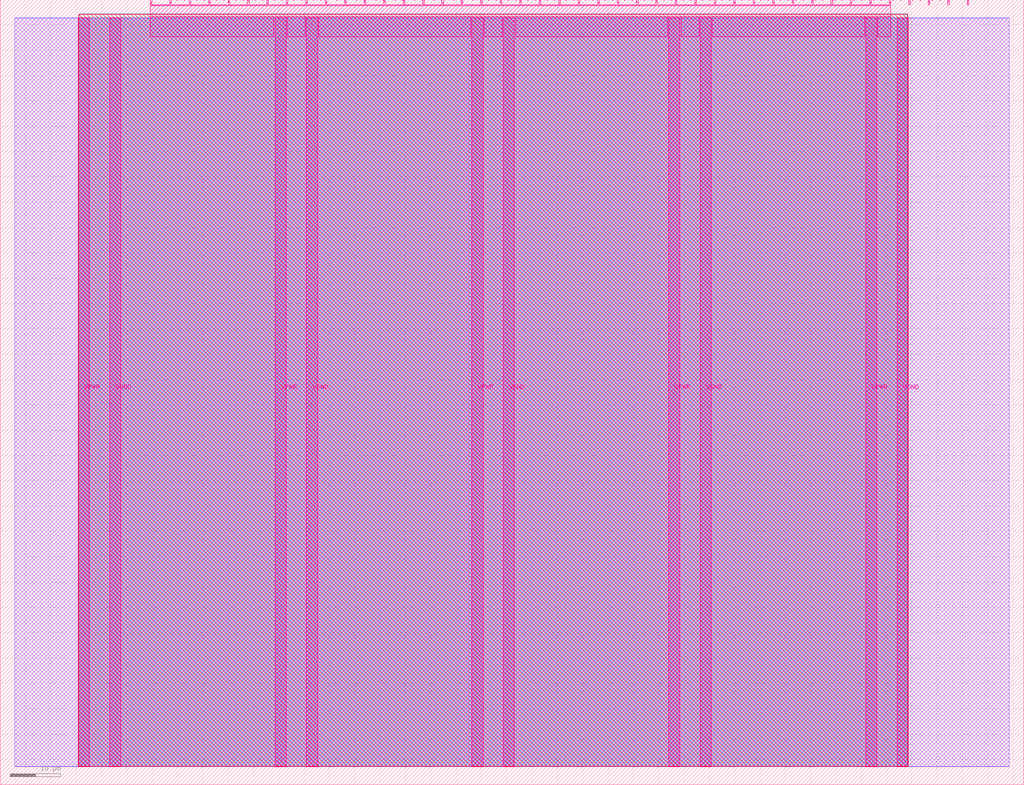
<source format=lef>
VERSION 5.7 ;
  NOWIREEXTENSIONATPIN ON ;
  DIVIDERCHAR "/" ;
  BUSBITCHARS "[]" ;
MACRO tt_um_wokwi_434918068909406209
  CLASS BLOCK ;
  FOREIGN tt_um_wokwi_434918068909406209 ;
  ORIGIN 0.000 0.000 ;
  SIZE 202.080 BY 154.980 ;
  PIN VGND
    DIRECTION INOUT ;
    USE GROUND ;
    PORT
      LAYER Metal5 ;
        RECT 21.580 3.560 23.780 151.420 ;
    END
    PORT
      LAYER Metal5 ;
        RECT 60.450 3.560 62.650 151.420 ;
    END
    PORT
      LAYER Metal5 ;
        RECT 99.320 3.560 101.520 151.420 ;
    END
    PORT
      LAYER Metal5 ;
        RECT 138.190 3.560 140.390 151.420 ;
    END
    PORT
      LAYER Metal5 ;
        RECT 177.060 3.560 179.260 151.420 ;
    END
  END VGND
  PIN VPWR
    DIRECTION INOUT ;
    USE POWER ;
    PORT
      LAYER Metal5 ;
        RECT 15.380 3.560 17.580 151.420 ;
    END
    PORT
      LAYER Metal5 ;
        RECT 54.250 3.560 56.450 151.420 ;
    END
    PORT
      LAYER Metal5 ;
        RECT 93.120 3.560 95.320 151.420 ;
    END
    PORT
      LAYER Metal5 ;
        RECT 131.990 3.560 134.190 151.420 ;
    END
    PORT
      LAYER Metal5 ;
        RECT 170.860 3.560 173.060 151.420 ;
    END
  END VPWR
  PIN clk
    DIRECTION INPUT ;
    USE SIGNAL ;
    PORT
      LAYER Metal5 ;
        RECT 187.050 153.980 187.350 154.980 ;
    END
  END clk
  PIN ena
    DIRECTION INPUT ;
    USE SIGNAL ;
    PORT
      LAYER Metal5 ;
        RECT 190.890 153.980 191.190 154.980 ;
    END
  END ena
  PIN rst_n
    DIRECTION INPUT ;
    USE SIGNAL ;
    PORT
      LAYER Metal5 ;
        RECT 183.210 153.980 183.510 154.980 ;
    END
  END rst_n
  PIN ui_in[0]
    DIRECTION INPUT ;
    USE SIGNAL ;
    PORT
      LAYER Metal5 ;
        RECT 179.370 153.980 179.670 154.980 ;
    END
  END ui_in[0]
  PIN ui_in[1]
    DIRECTION INPUT ;
    USE SIGNAL ;
    ANTENNAGATEAREA 0.180700 ;
    PORT
      LAYER Metal5 ;
        RECT 175.530 153.980 175.830 154.980 ;
    END
  END ui_in[1]
  PIN ui_in[2]
    DIRECTION INPUT ;
    USE SIGNAL ;
    PORT
      LAYER Metal5 ;
        RECT 171.690 153.980 171.990 154.980 ;
    END
  END ui_in[2]
  PIN ui_in[3]
    DIRECTION INPUT ;
    USE SIGNAL ;
    ANTENNAGATEAREA 0.180700 ;
    PORT
      LAYER Metal5 ;
        RECT 167.850 153.980 168.150 154.980 ;
    END
  END ui_in[3]
  PIN ui_in[4]
    DIRECTION INPUT ;
    USE SIGNAL ;
    ANTENNAGATEAREA 0.180700 ;
    PORT
      LAYER Metal5 ;
        RECT 164.010 153.980 164.310 154.980 ;
    END
  END ui_in[4]
  PIN ui_in[5]
    DIRECTION INPUT ;
    USE SIGNAL ;
    ANTENNAGATEAREA 0.180700 ;
    PORT
      LAYER Metal5 ;
        RECT 160.170 153.980 160.470 154.980 ;
    END
  END ui_in[5]
  PIN ui_in[6]
    DIRECTION INPUT ;
    USE SIGNAL ;
    ANTENNAGATEAREA 0.180700 ;
    PORT
      LAYER Metal5 ;
        RECT 156.330 153.980 156.630 154.980 ;
    END
  END ui_in[6]
  PIN ui_in[7]
    DIRECTION INPUT ;
    USE SIGNAL ;
    ANTENNAGATEAREA 0.180700 ;
    PORT
      LAYER Metal5 ;
        RECT 152.490 153.980 152.790 154.980 ;
    END
  END ui_in[7]
  PIN uio_in[0]
    DIRECTION INPUT ;
    USE SIGNAL ;
    PORT
      LAYER Metal5 ;
        RECT 148.650 153.980 148.950 154.980 ;
    END
  END uio_in[0]
  PIN uio_in[1]
    DIRECTION INPUT ;
    USE SIGNAL ;
    PORT
      LAYER Metal5 ;
        RECT 144.810 153.980 145.110 154.980 ;
    END
  END uio_in[1]
  PIN uio_in[2]
    DIRECTION INPUT ;
    USE SIGNAL ;
    PORT
      LAYER Metal5 ;
        RECT 140.970 153.980 141.270 154.980 ;
    END
  END uio_in[2]
  PIN uio_in[3]
    DIRECTION INPUT ;
    USE SIGNAL ;
    PORT
      LAYER Metal5 ;
        RECT 137.130 153.980 137.430 154.980 ;
    END
  END uio_in[3]
  PIN uio_in[4]
    DIRECTION INPUT ;
    USE SIGNAL ;
    PORT
      LAYER Metal5 ;
        RECT 133.290 153.980 133.590 154.980 ;
    END
  END uio_in[4]
  PIN uio_in[5]
    DIRECTION INPUT ;
    USE SIGNAL ;
    PORT
      LAYER Metal5 ;
        RECT 129.450 153.980 129.750 154.980 ;
    END
  END uio_in[5]
  PIN uio_in[6]
    DIRECTION INPUT ;
    USE SIGNAL ;
    PORT
      LAYER Metal5 ;
        RECT 125.610 153.980 125.910 154.980 ;
    END
  END uio_in[6]
  PIN uio_in[7]
    DIRECTION INPUT ;
    USE SIGNAL ;
    PORT
      LAYER Metal5 ;
        RECT 121.770 153.980 122.070 154.980 ;
    END
  END uio_in[7]
  PIN uio_oe[0]
    DIRECTION OUTPUT ;
    USE SIGNAL ;
    ANTENNADIFFAREA 0.299200 ;
    PORT
      LAYER Metal5 ;
        RECT 56.490 153.980 56.790 154.980 ;
    END
  END uio_oe[0]
  PIN uio_oe[1]
    DIRECTION OUTPUT ;
    USE SIGNAL ;
    ANTENNADIFFAREA 0.299200 ;
    PORT
      LAYER Metal5 ;
        RECT 52.650 153.980 52.950 154.980 ;
    END
  END uio_oe[1]
  PIN uio_oe[2]
    DIRECTION OUTPUT ;
    USE SIGNAL ;
    ANTENNADIFFAREA 0.299200 ;
    PORT
      LAYER Metal5 ;
        RECT 48.810 153.980 49.110 154.980 ;
    END
  END uio_oe[2]
  PIN uio_oe[3]
    DIRECTION OUTPUT ;
    USE SIGNAL ;
    ANTENNADIFFAREA 0.299200 ;
    PORT
      LAYER Metal5 ;
        RECT 44.970 153.980 45.270 154.980 ;
    END
  END uio_oe[3]
  PIN uio_oe[4]
    DIRECTION OUTPUT ;
    USE SIGNAL ;
    ANTENNADIFFAREA 0.299200 ;
    PORT
      LAYER Metal5 ;
        RECT 41.130 153.980 41.430 154.980 ;
    END
  END uio_oe[4]
  PIN uio_oe[5]
    DIRECTION OUTPUT ;
    USE SIGNAL ;
    ANTENNADIFFAREA 0.299200 ;
    PORT
      LAYER Metal5 ;
        RECT 37.290 153.980 37.590 154.980 ;
    END
  END uio_oe[5]
  PIN uio_oe[6]
    DIRECTION OUTPUT ;
    USE SIGNAL ;
    ANTENNADIFFAREA 0.299200 ;
    PORT
      LAYER Metal5 ;
        RECT 33.450 153.980 33.750 154.980 ;
    END
  END uio_oe[6]
  PIN uio_oe[7]
    DIRECTION OUTPUT ;
    USE SIGNAL ;
    ANTENNADIFFAREA 0.299200 ;
    PORT
      LAYER Metal5 ;
        RECT 29.610 153.980 29.910 154.980 ;
    END
  END uio_oe[7]
  PIN uio_out[0]
    DIRECTION OUTPUT ;
    USE SIGNAL ;
    ANTENNADIFFAREA 0.299200 ;
    PORT
      LAYER Metal5 ;
        RECT 87.210 153.980 87.510 154.980 ;
    END
  END uio_out[0]
  PIN uio_out[1]
    DIRECTION OUTPUT ;
    USE SIGNAL ;
    ANTENNADIFFAREA 0.299200 ;
    PORT
      LAYER Metal5 ;
        RECT 83.370 153.980 83.670 154.980 ;
    END
  END uio_out[1]
  PIN uio_out[2]
    DIRECTION OUTPUT ;
    USE SIGNAL ;
    ANTENNADIFFAREA 0.299200 ;
    PORT
      LAYER Metal5 ;
        RECT 79.530 153.980 79.830 154.980 ;
    END
  END uio_out[2]
  PIN uio_out[3]
    DIRECTION OUTPUT ;
    USE SIGNAL ;
    ANTENNADIFFAREA 0.299200 ;
    PORT
      LAYER Metal5 ;
        RECT 75.690 153.980 75.990 154.980 ;
    END
  END uio_out[3]
  PIN uio_out[4]
    DIRECTION OUTPUT ;
    USE SIGNAL ;
    ANTENNADIFFAREA 0.299200 ;
    PORT
      LAYER Metal5 ;
        RECT 71.850 153.980 72.150 154.980 ;
    END
  END uio_out[4]
  PIN uio_out[5]
    DIRECTION OUTPUT ;
    USE SIGNAL ;
    ANTENNADIFFAREA 0.299200 ;
    PORT
      LAYER Metal5 ;
        RECT 68.010 153.980 68.310 154.980 ;
    END
  END uio_out[5]
  PIN uio_out[6]
    DIRECTION OUTPUT ;
    USE SIGNAL ;
    ANTENNADIFFAREA 0.299200 ;
    PORT
      LAYER Metal5 ;
        RECT 64.170 153.980 64.470 154.980 ;
    END
  END uio_out[6]
  PIN uio_out[7]
    DIRECTION OUTPUT ;
    USE SIGNAL ;
    ANTENNADIFFAREA 0.299200 ;
    PORT
      LAYER Metal5 ;
        RECT 60.330 153.980 60.630 154.980 ;
    END
  END uio_out[7]
  PIN uo_out[0]
    DIRECTION OUTPUT ;
    USE SIGNAL ;
    ANTENNADIFFAREA 0.299200 ;
    PORT
      LAYER Metal5 ;
        RECT 117.930 153.980 118.230 154.980 ;
    END
  END uo_out[0]
  PIN uo_out[1]
    DIRECTION OUTPUT ;
    USE SIGNAL ;
    ANTENNADIFFAREA 0.654800 ;
    PORT
      LAYER Metal5 ;
        RECT 114.090 153.980 114.390 154.980 ;
    END
  END uo_out[1]
  PIN uo_out[2]
    DIRECTION OUTPUT ;
    USE SIGNAL ;
    ANTENNADIFFAREA 0.299200 ;
    PORT
      LAYER Metal5 ;
        RECT 110.250 153.980 110.550 154.980 ;
    END
  END uo_out[2]
  PIN uo_out[3]
    DIRECTION OUTPUT ;
    USE SIGNAL ;
    ANTENNADIFFAREA 0.654800 ;
    PORT
      LAYER Metal5 ;
        RECT 106.410 153.980 106.710 154.980 ;
    END
  END uo_out[3]
  PIN uo_out[4]
    DIRECTION OUTPUT ;
    USE SIGNAL ;
    ANTENNADIFFAREA 0.654800 ;
    PORT
      LAYER Metal5 ;
        RECT 102.570 153.980 102.870 154.980 ;
    END
  END uo_out[4]
  PIN uo_out[5]
    DIRECTION OUTPUT ;
    USE SIGNAL ;
    ANTENNADIFFAREA 0.654800 ;
    PORT
      LAYER Metal5 ;
        RECT 98.730 153.980 99.030 154.980 ;
    END
  END uo_out[5]
  PIN uo_out[6]
    DIRECTION OUTPUT ;
    USE SIGNAL ;
    ANTENNADIFFAREA 0.654800 ;
    PORT
      LAYER Metal5 ;
        RECT 94.890 153.980 95.190 154.980 ;
    END
  END uo_out[6]
  PIN uo_out[7]
    DIRECTION OUTPUT ;
    USE SIGNAL ;
    ANTENNADIFFAREA 0.654800 ;
    PORT
      LAYER Metal5 ;
        RECT 91.050 153.980 91.350 154.980 ;
    END
  END uo_out[7]
  OBS
      LAYER GatPoly ;
        RECT 2.880 3.630 199.200 151.350 ;
      LAYER Metal1 ;
        RECT 2.880 3.560 199.200 151.420 ;
      LAYER Metal2 ;
        RECT 15.515 3.680 179.125 151.300 ;
      LAYER Metal3 ;
        RECT 15.560 3.635 179.080 152.185 ;
      LAYER Metal4 ;
        RECT 15.515 3.680 179.125 152.140 ;
      LAYER Metal5 ;
        RECT 30.120 153.770 33.240 153.980 ;
        RECT 33.960 153.770 37.080 153.980 ;
        RECT 37.800 153.770 40.920 153.980 ;
        RECT 41.640 153.770 44.760 153.980 ;
        RECT 45.480 153.770 48.600 153.980 ;
        RECT 49.320 153.770 52.440 153.980 ;
        RECT 53.160 153.770 56.280 153.980 ;
        RECT 57.000 153.770 60.120 153.980 ;
        RECT 60.840 153.770 63.960 153.980 ;
        RECT 64.680 153.770 67.800 153.980 ;
        RECT 68.520 153.770 71.640 153.980 ;
        RECT 72.360 153.770 75.480 153.980 ;
        RECT 76.200 153.770 79.320 153.980 ;
        RECT 80.040 153.770 83.160 153.980 ;
        RECT 83.880 153.770 87.000 153.980 ;
        RECT 87.720 153.770 90.840 153.980 ;
        RECT 91.560 153.770 94.680 153.980 ;
        RECT 95.400 153.770 98.520 153.980 ;
        RECT 99.240 153.770 102.360 153.980 ;
        RECT 103.080 153.770 106.200 153.980 ;
        RECT 106.920 153.770 110.040 153.980 ;
        RECT 110.760 153.770 113.880 153.980 ;
        RECT 114.600 153.770 117.720 153.980 ;
        RECT 118.440 153.770 121.560 153.980 ;
        RECT 122.280 153.770 125.400 153.980 ;
        RECT 126.120 153.770 129.240 153.980 ;
        RECT 129.960 153.770 133.080 153.980 ;
        RECT 133.800 153.770 136.920 153.980 ;
        RECT 137.640 153.770 140.760 153.980 ;
        RECT 141.480 153.770 144.600 153.980 ;
        RECT 145.320 153.770 148.440 153.980 ;
        RECT 149.160 153.770 152.280 153.980 ;
        RECT 153.000 153.770 156.120 153.980 ;
        RECT 156.840 153.770 159.960 153.980 ;
        RECT 160.680 153.770 163.800 153.980 ;
        RECT 164.520 153.770 167.640 153.980 ;
        RECT 168.360 153.770 171.480 153.980 ;
        RECT 172.200 153.770 175.320 153.980 ;
        RECT 29.660 151.630 175.780 153.770 ;
        RECT 29.660 147.695 54.040 151.630 ;
        RECT 56.660 147.695 60.240 151.630 ;
        RECT 62.860 147.695 92.910 151.630 ;
        RECT 95.530 147.695 99.110 151.630 ;
        RECT 101.730 147.695 131.780 151.630 ;
        RECT 134.400 147.695 137.980 151.630 ;
        RECT 140.600 147.695 170.650 151.630 ;
        RECT 173.270 147.695 175.780 151.630 ;
  END
END tt_um_wokwi_434918068909406209
END LIBRARY


</source>
